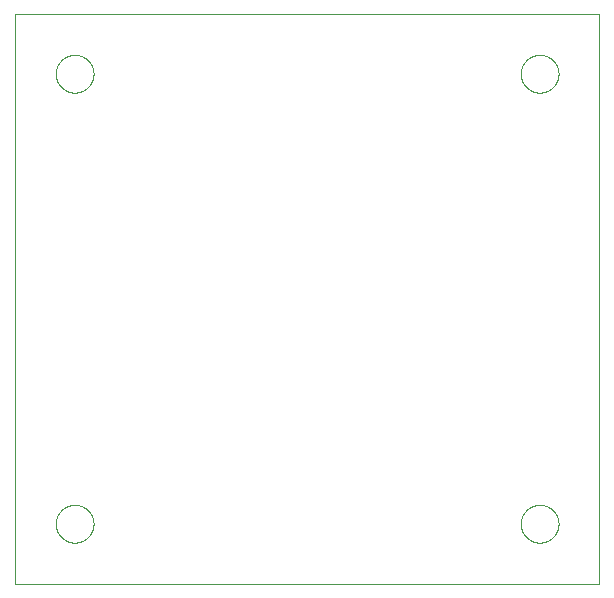
<source format=gtp>
G75*
%MOIN*%
%OFA0B0*%
%FSLAX25Y25*%
%IPPOS*%
%LPD*%
%AMOC8*
5,1,8,0,0,1.08239X$1,22.5*
%
%ADD10C,0.00000*%
D10*
X0006600Y0001600D02*
X0006600Y0191561D01*
X0201551Y0191561D01*
X0201551Y0001600D01*
X0006600Y0001600D01*
X0020301Y0021600D02*
X0020303Y0021758D01*
X0020309Y0021916D01*
X0020319Y0022074D01*
X0020333Y0022232D01*
X0020351Y0022389D01*
X0020372Y0022546D01*
X0020398Y0022702D01*
X0020428Y0022858D01*
X0020461Y0023013D01*
X0020499Y0023166D01*
X0020540Y0023319D01*
X0020585Y0023471D01*
X0020634Y0023622D01*
X0020687Y0023771D01*
X0020743Y0023919D01*
X0020803Y0024065D01*
X0020867Y0024210D01*
X0020935Y0024353D01*
X0021006Y0024495D01*
X0021080Y0024635D01*
X0021158Y0024772D01*
X0021240Y0024908D01*
X0021324Y0025042D01*
X0021413Y0025173D01*
X0021504Y0025302D01*
X0021599Y0025429D01*
X0021696Y0025554D01*
X0021797Y0025676D01*
X0021901Y0025795D01*
X0022008Y0025912D01*
X0022118Y0026026D01*
X0022231Y0026137D01*
X0022346Y0026246D01*
X0022464Y0026351D01*
X0022585Y0026453D01*
X0022708Y0026553D01*
X0022834Y0026649D01*
X0022962Y0026742D01*
X0023092Y0026832D01*
X0023225Y0026918D01*
X0023360Y0027002D01*
X0023496Y0027081D01*
X0023635Y0027158D01*
X0023776Y0027230D01*
X0023918Y0027300D01*
X0024062Y0027365D01*
X0024208Y0027427D01*
X0024355Y0027485D01*
X0024504Y0027540D01*
X0024654Y0027591D01*
X0024805Y0027638D01*
X0024957Y0027681D01*
X0025110Y0027720D01*
X0025265Y0027756D01*
X0025420Y0027787D01*
X0025576Y0027815D01*
X0025732Y0027839D01*
X0025889Y0027859D01*
X0026047Y0027875D01*
X0026204Y0027887D01*
X0026363Y0027895D01*
X0026521Y0027899D01*
X0026679Y0027899D01*
X0026837Y0027895D01*
X0026996Y0027887D01*
X0027153Y0027875D01*
X0027311Y0027859D01*
X0027468Y0027839D01*
X0027624Y0027815D01*
X0027780Y0027787D01*
X0027935Y0027756D01*
X0028090Y0027720D01*
X0028243Y0027681D01*
X0028395Y0027638D01*
X0028546Y0027591D01*
X0028696Y0027540D01*
X0028845Y0027485D01*
X0028992Y0027427D01*
X0029138Y0027365D01*
X0029282Y0027300D01*
X0029424Y0027230D01*
X0029565Y0027158D01*
X0029704Y0027081D01*
X0029840Y0027002D01*
X0029975Y0026918D01*
X0030108Y0026832D01*
X0030238Y0026742D01*
X0030366Y0026649D01*
X0030492Y0026553D01*
X0030615Y0026453D01*
X0030736Y0026351D01*
X0030854Y0026246D01*
X0030969Y0026137D01*
X0031082Y0026026D01*
X0031192Y0025912D01*
X0031299Y0025795D01*
X0031403Y0025676D01*
X0031504Y0025554D01*
X0031601Y0025429D01*
X0031696Y0025302D01*
X0031787Y0025173D01*
X0031876Y0025042D01*
X0031960Y0024908D01*
X0032042Y0024772D01*
X0032120Y0024635D01*
X0032194Y0024495D01*
X0032265Y0024353D01*
X0032333Y0024210D01*
X0032397Y0024065D01*
X0032457Y0023919D01*
X0032513Y0023771D01*
X0032566Y0023622D01*
X0032615Y0023471D01*
X0032660Y0023319D01*
X0032701Y0023166D01*
X0032739Y0023013D01*
X0032772Y0022858D01*
X0032802Y0022702D01*
X0032828Y0022546D01*
X0032849Y0022389D01*
X0032867Y0022232D01*
X0032881Y0022074D01*
X0032891Y0021916D01*
X0032897Y0021758D01*
X0032899Y0021600D01*
X0032897Y0021442D01*
X0032891Y0021284D01*
X0032881Y0021126D01*
X0032867Y0020968D01*
X0032849Y0020811D01*
X0032828Y0020654D01*
X0032802Y0020498D01*
X0032772Y0020342D01*
X0032739Y0020187D01*
X0032701Y0020034D01*
X0032660Y0019881D01*
X0032615Y0019729D01*
X0032566Y0019578D01*
X0032513Y0019429D01*
X0032457Y0019281D01*
X0032397Y0019135D01*
X0032333Y0018990D01*
X0032265Y0018847D01*
X0032194Y0018705D01*
X0032120Y0018565D01*
X0032042Y0018428D01*
X0031960Y0018292D01*
X0031876Y0018158D01*
X0031787Y0018027D01*
X0031696Y0017898D01*
X0031601Y0017771D01*
X0031504Y0017646D01*
X0031403Y0017524D01*
X0031299Y0017405D01*
X0031192Y0017288D01*
X0031082Y0017174D01*
X0030969Y0017063D01*
X0030854Y0016954D01*
X0030736Y0016849D01*
X0030615Y0016747D01*
X0030492Y0016647D01*
X0030366Y0016551D01*
X0030238Y0016458D01*
X0030108Y0016368D01*
X0029975Y0016282D01*
X0029840Y0016198D01*
X0029704Y0016119D01*
X0029565Y0016042D01*
X0029424Y0015970D01*
X0029282Y0015900D01*
X0029138Y0015835D01*
X0028992Y0015773D01*
X0028845Y0015715D01*
X0028696Y0015660D01*
X0028546Y0015609D01*
X0028395Y0015562D01*
X0028243Y0015519D01*
X0028090Y0015480D01*
X0027935Y0015444D01*
X0027780Y0015413D01*
X0027624Y0015385D01*
X0027468Y0015361D01*
X0027311Y0015341D01*
X0027153Y0015325D01*
X0026996Y0015313D01*
X0026837Y0015305D01*
X0026679Y0015301D01*
X0026521Y0015301D01*
X0026363Y0015305D01*
X0026204Y0015313D01*
X0026047Y0015325D01*
X0025889Y0015341D01*
X0025732Y0015361D01*
X0025576Y0015385D01*
X0025420Y0015413D01*
X0025265Y0015444D01*
X0025110Y0015480D01*
X0024957Y0015519D01*
X0024805Y0015562D01*
X0024654Y0015609D01*
X0024504Y0015660D01*
X0024355Y0015715D01*
X0024208Y0015773D01*
X0024062Y0015835D01*
X0023918Y0015900D01*
X0023776Y0015970D01*
X0023635Y0016042D01*
X0023496Y0016119D01*
X0023360Y0016198D01*
X0023225Y0016282D01*
X0023092Y0016368D01*
X0022962Y0016458D01*
X0022834Y0016551D01*
X0022708Y0016647D01*
X0022585Y0016747D01*
X0022464Y0016849D01*
X0022346Y0016954D01*
X0022231Y0017063D01*
X0022118Y0017174D01*
X0022008Y0017288D01*
X0021901Y0017405D01*
X0021797Y0017524D01*
X0021696Y0017646D01*
X0021599Y0017771D01*
X0021504Y0017898D01*
X0021413Y0018027D01*
X0021324Y0018158D01*
X0021240Y0018292D01*
X0021158Y0018428D01*
X0021080Y0018565D01*
X0021006Y0018705D01*
X0020935Y0018847D01*
X0020867Y0018990D01*
X0020803Y0019135D01*
X0020743Y0019281D01*
X0020687Y0019429D01*
X0020634Y0019578D01*
X0020585Y0019729D01*
X0020540Y0019881D01*
X0020499Y0020034D01*
X0020461Y0020187D01*
X0020428Y0020342D01*
X0020398Y0020498D01*
X0020372Y0020654D01*
X0020351Y0020811D01*
X0020333Y0020968D01*
X0020319Y0021126D01*
X0020309Y0021284D01*
X0020303Y0021442D01*
X0020301Y0021600D01*
X0020301Y0171600D02*
X0020303Y0171758D01*
X0020309Y0171916D01*
X0020319Y0172074D01*
X0020333Y0172232D01*
X0020351Y0172389D01*
X0020372Y0172546D01*
X0020398Y0172702D01*
X0020428Y0172858D01*
X0020461Y0173013D01*
X0020499Y0173166D01*
X0020540Y0173319D01*
X0020585Y0173471D01*
X0020634Y0173622D01*
X0020687Y0173771D01*
X0020743Y0173919D01*
X0020803Y0174065D01*
X0020867Y0174210D01*
X0020935Y0174353D01*
X0021006Y0174495D01*
X0021080Y0174635D01*
X0021158Y0174772D01*
X0021240Y0174908D01*
X0021324Y0175042D01*
X0021413Y0175173D01*
X0021504Y0175302D01*
X0021599Y0175429D01*
X0021696Y0175554D01*
X0021797Y0175676D01*
X0021901Y0175795D01*
X0022008Y0175912D01*
X0022118Y0176026D01*
X0022231Y0176137D01*
X0022346Y0176246D01*
X0022464Y0176351D01*
X0022585Y0176453D01*
X0022708Y0176553D01*
X0022834Y0176649D01*
X0022962Y0176742D01*
X0023092Y0176832D01*
X0023225Y0176918D01*
X0023360Y0177002D01*
X0023496Y0177081D01*
X0023635Y0177158D01*
X0023776Y0177230D01*
X0023918Y0177300D01*
X0024062Y0177365D01*
X0024208Y0177427D01*
X0024355Y0177485D01*
X0024504Y0177540D01*
X0024654Y0177591D01*
X0024805Y0177638D01*
X0024957Y0177681D01*
X0025110Y0177720D01*
X0025265Y0177756D01*
X0025420Y0177787D01*
X0025576Y0177815D01*
X0025732Y0177839D01*
X0025889Y0177859D01*
X0026047Y0177875D01*
X0026204Y0177887D01*
X0026363Y0177895D01*
X0026521Y0177899D01*
X0026679Y0177899D01*
X0026837Y0177895D01*
X0026996Y0177887D01*
X0027153Y0177875D01*
X0027311Y0177859D01*
X0027468Y0177839D01*
X0027624Y0177815D01*
X0027780Y0177787D01*
X0027935Y0177756D01*
X0028090Y0177720D01*
X0028243Y0177681D01*
X0028395Y0177638D01*
X0028546Y0177591D01*
X0028696Y0177540D01*
X0028845Y0177485D01*
X0028992Y0177427D01*
X0029138Y0177365D01*
X0029282Y0177300D01*
X0029424Y0177230D01*
X0029565Y0177158D01*
X0029704Y0177081D01*
X0029840Y0177002D01*
X0029975Y0176918D01*
X0030108Y0176832D01*
X0030238Y0176742D01*
X0030366Y0176649D01*
X0030492Y0176553D01*
X0030615Y0176453D01*
X0030736Y0176351D01*
X0030854Y0176246D01*
X0030969Y0176137D01*
X0031082Y0176026D01*
X0031192Y0175912D01*
X0031299Y0175795D01*
X0031403Y0175676D01*
X0031504Y0175554D01*
X0031601Y0175429D01*
X0031696Y0175302D01*
X0031787Y0175173D01*
X0031876Y0175042D01*
X0031960Y0174908D01*
X0032042Y0174772D01*
X0032120Y0174635D01*
X0032194Y0174495D01*
X0032265Y0174353D01*
X0032333Y0174210D01*
X0032397Y0174065D01*
X0032457Y0173919D01*
X0032513Y0173771D01*
X0032566Y0173622D01*
X0032615Y0173471D01*
X0032660Y0173319D01*
X0032701Y0173166D01*
X0032739Y0173013D01*
X0032772Y0172858D01*
X0032802Y0172702D01*
X0032828Y0172546D01*
X0032849Y0172389D01*
X0032867Y0172232D01*
X0032881Y0172074D01*
X0032891Y0171916D01*
X0032897Y0171758D01*
X0032899Y0171600D01*
X0032897Y0171442D01*
X0032891Y0171284D01*
X0032881Y0171126D01*
X0032867Y0170968D01*
X0032849Y0170811D01*
X0032828Y0170654D01*
X0032802Y0170498D01*
X0032772Y0170342D01*
X0032739Y0170187D01*
X0032701Y0170034D01*
X0032660Y0169881D01*
X0032615Y0169729D01*
X0032566Y0169578D01*
X0032513Y0169429D01*
X0032457Y0169281D01*
X0032397Y0169135D01*
X0032333Y0168990D01*
X0032265Y0168847D01*
X0032194Y0168705D01*
X0032120Y0168565D01*
X0032042Y0168428D01*
X0031960Y0168292D01*
X0031876Y0168158D01*
X0031787Y0168027D01*
X0031696Y0167898D01*
X0031601Y0167771D01*
X0031504Y0167646D01*
X0031403Y0167524D01*
X0031299Y0167405D01*
X0031192Y0167288D01*
X0031082Y0167174D01*
X0030969Y0167063D01*
X0030854Y0166954D01*
X0030736Y0166849D01*
X0030615Y0166747D01*
X0030492Y0166647D01*
X0030366Y0166551D01*
X0030238Y0166458D01*
X0030108Y0166368D01*
X0029975Y0166282D01*
X0029840Y0166198D01*
X0029704Y0166119D01*
X0029565Y0166042D01*
X0029424Y0165970D01*
X0029282Y0165900D01*
X0029138Y0165835D01*
X0028992Y0165773D01*
X0028845Y0165715D01*
X0028696Y0165660D01*
X0028546Y0165609D01*
X0028395Y0165562D01*
X0028243Y0165519D01*
X0028090Y0165480D01*
X0027935Y0165444D01*
X0027780Y0165413D01*
X0027624Y0165385D01*
X0027468Y0165361D01*
X0027311Y0165341D01*
X0027153Y0165325D01*
X0026996Y0165313D01*
X0026837Y0165305D01*
X0026679Y0165301D01*
X0026521Y0165301D01*
X0026363Y0165305D01*
X0026204Y0165313D01*
X0026047Y0165325D01*
X0025889Y0165341D01*
X0025732Y0165361D01*
X0025576Y0165385D01*
X0025420Y0165413D01*
X0025265Y0165444D01*
X0025110Y0165480D01*
X0024957Y0165519D01*
X0024805Y0165562D01*
X0024654Y0165609D01*
X0024504Y0165660D01*
X0024355Y0165715D01*
X0024208Y0165773D01*
X0024062Y0165835D01*
X0023918Y0165900D01*
X0023776Y0165970D01*
X0023635Y0166042D01*
X0023496Y0166119D01*
X0023360Y0166198D01*
X0023225Y0166282D01*
X0023092Y0166368D01*
X0022962Y0166458D01*
X0022834Y0166551D01*
X0022708Y0166647D01*
X0022585Y0166747D01*
X0022464Y0166849D01*
X0022346Y0166954D01*
X0022231Y0167063D01*
X0022118Y0167174D01*
X0022008Y0167288D01*
X0021901Y0167405D01*
X0021797Y0167524D01*
X0021696Y0167646D01*
X0021599Y0167771D01*
X0021504Y0167898D01*
X0021413Y0168027D01*
X0021324Y0168158D01*
X0021240Y0168292D01*
X0021158Y0168428D01*
X0021080Y0168565D01*
X0021006Y0168705D01*
X0020935Y0168847D01*
X0020867Y0168990D01*
X0020803Y0169135D01*
X0020743Y0169281D01*
X0020687Y0169429D01*
X0020634Y0169578D01*
X0020585Y0169729D01*
X0020540Y0169881D01*
X0020499Y0170034D01*
X0020461Y0170187D01*
X0020428Y0170342D01*
X0020398Y0170498D01*
X0020372Y0170654D01*
X0020351Y0170811D01*
X0020333Y0170968D01*
X0020319Y0171126D01*
X0020309Y0171284D01*
X0020303Y0171442D01*
X0020301Y0171600D01*
X0175301Y0171600D02*
X0175303Y0171758D01*
X0175309Y0171916D01*
X0175319Y0172074D01*
X0175333Y0172232D01*
X0175351Y0172389D01*
X0175372Y0172546D01*
X0175398Y0172702D01*
X0175428Y0172858D01*
X0175461Y0173013D01*
X0175499Y0173166D01*
X0175540Y0173319D01*
X0175585Y0173471D01*
X0175634Y0173622D01*
X0175687Y0173771D01*
X0175743Y0173919D01*
X0175803Y0174065D01*
X0175867Y0174210D01*
X0175935Y0174353D01*
X0176006Y0174495D01*
X0176080Y0174635D01*
X0176158Y0174772D01*
X0176240Y0174908D01*
X0176324Y0175042D01*
X0176413Y0175173D01*
X0176504Y0175302D01*
X0176599Y0175429D01*
X0176696Y0175554D01*
X0176797Y0175676D01*
X0176901Y0175795D01*
X0177008Y0175912D01*
X0177118Y0176026D01*
X0177231Y0176137D01*
X0177346Y0176246D01*
X0177464Y0176351D01*
X0177585Y0176453D01*
X0177708Y0176553D01*
X0177834Y0176649D01*
X0177962Y0176742D01*
X0178092Y0176832D01*
X0178225Y0176918D01*
X0178360Y0177002D01*
X0178496Y0177081D01*
X0178635Y0177158D01*
X0178776Y0177230D01*
X0178918Y0177300D01*
X0179062Y0177365D01*
X0179208Y0177427D01*
X0179355Y0177485D01*
X0179504Y0177540D01*
X0179654Y0177591D01*
X0179805Y0177638D01*
X0179957Y0177681D01*
X0180110Y0177720D01*
X0180265Y0177756D01*
X0180420Y0177787D01*
X0180576Y0177815D01*
X0180732Y0177839D01*
X0180889Y0177859D01*
X0181047Y0177875D01*
X0181204Y0177887D01*
X0181363Y0177895D01*
X0181521Y0177899D01*
X0181679Y0177899D01*
X0181837Y0177895D01*
X0181996Y0177887D01*
X0182153Y0177875D01*
X0182311Y0177859D01*
X0182468Y0177839D01*
X0182624Y0177815D01*
X0182780Y0177787D01*
X0182935Y0177756D01*
X0183090Y0177720D01*
X0183243Y0177681D01*
X0183395Y0177638D01*
X0183546Y0177591D01*
X0183696Y0177540D01*
X0183845Y0177485D01*
X0183992Y0177427D01*
X0184138Y0177365D01*
X0184282Y0177300D01*
X0184424Y0177230D01*
X0184565Y0177158D01*
X0184704Y0177081D01*
X0184840Y0177002D01*
X0184975Y0176918D01*
X0185108Y0176832D01*
X0185238Y0176742D01*
X0185366Y0176649D01*
X0185492Y0176553D01*
X0185615Y0176453D01*
X0185736Y0176351D01*
X0185854Y0176246D01*
X0185969Y0176137D01*
X0186082Y0176026D01*
X0186192Y0175912D01*
X0186299Y0175795D01*
X0186403Y0175676D01*
X0186504Y0175554D01*
X0186601Y0175429D01*
X0186696Y0175302D01*
X0186787Y0175173D01*
X0186876Y0175042D01*
X0186960Y0174908D01*
X0187042Y0174772D01*
X0187120Y0174635D01*
X0187194Y0174495D01*
X0187265Y0174353D01*
X0187333Y0174210D01*
X0187397Y0174065D01*
X0187457Y0173919D01*
X0187513Y0173771D01*
X0187566Y0173622D01*
X0187615Y0173471D01*
X0187660Y0173319D01*
X0187701Y0173166D01*
X0187739Y0173013D01*
X0187772Y0172858D01*
X0187802Y0172702D01*
X0187828Y0172546D01*
X0187849Y0172389D01*
X0187867Y0172232D01*
X0187881Y0172074D01*
X0187891Y0171916D01*
X0187897Y0171758D01*
X0187899Y0171600D01*
X0187897Y0171442D01*
X0187891Y0171284D01*
X0187881Y0171126D01*
X0187867Y0170968D01*
X0187849Y0170811D01*
X0187828Y0170654D01*
X0187802Y0170498D01*
X0187772Y0170342D01*
X0187739Y0170187D01*
X0187701Y0170034D01*
X0187660Y0169881D01*
X0187615Y0169729D01*
X0187566Y0169578D01*
X0187513Y0169429D01*
X0187457Y0169281D01*
X0187397Y0169135D01*
X0187333Y0168990D01*
X0187265Y0168847D01*
X0187194Y0168705D01*
X0187120Y0168565D01*
X0187042Y0168428D01*
X0186960Y0168292D01*
X0186876Y0168158D01*
X0186787Y0168027D01*
X0186696Y0167898D01*
X0186601Y0167771D01*
X0186504Y0167646D01*
X0186403Y0167524D01*
X0186299Y0167405D01*
X0186192Y0167288D01*
X0186082Y0167174D01*
X0185969Y0167063D01*
X0185854Y0166954D01*
X0185736Y0166849D01*
X0185615Y0166747D01*
X0185492Y0166647D01*
X0185366Y0166551D01*
X0185238Y0166458D01*
X0185108Y0166368D01*
X0184975Y0166282D01*
X0184840Y0166198D01*
X0184704Y0166119D01*
X0184565Y0166042D01*
X0184424Y0165970D01*
X0184282Y0165900D01*
X0184138Y0165835D01*
X0183992Y0165773D01*
X0183845Y0165715D01*
X0183696Y0165660D01*
X0183546Y0165609D01*
X0183395Y0165562D01*
X0183243Y0165519D01*
X0183090Y0165480D01*
X0182935Y0165444D01*
X0182780Y0165413D01*
X0182624Y0165385D01*
X0182468Y0165361D01*
X0182311Y0165341D01*
X0182153Y0165325D01*
X0181996Y0165313D01*
X0181837Y0165305D01*
X0181679Y0165301D01*
X0181521Y0165301D01*
X0181363Y0165305D01*
X0181204Y0165313D01*
X0181047Y0165325D01*
X0180889Y0165341D01*
X0180732Y0165361D01*
X0180576Y0165385D01*
X0180420Y0165413D01*
X0180265Y0165444D01*
X0180110Y0165480D01*
X0179957Y0165519D01*
X0179805Y0165562D01*
X0179654Y0165609D01*
X0179504Y0165660D01*
X0179355Y0165715D01*
X0179208Y0165773D01*
X0179062Y0165835D01*
X0178918Y0165900D01*
X0178776Y0165970D01*
X0178635Y0166042D01*
X0178496Y0166119D01*
X0178360Y0166198D01*
X0178225Y0166282D01*
X0178092Y0166368D01*
X0177962Y0166458D01*
X0177834Y0166551D01*
X0177708Y0166647D01*
X0177585Y0166747D01*
X0177464Y0166849D01*
X0177346Y0166954D01*
X0177231Y0167063D01*
X0177118Y0167174D01*
X0177008Y0167288D01*
X0176901Y0167405D01*
X0176797Y0167524D01*
X0176696Y0167646D01*
X0176599Y0167771D01*
X0176504Y0167898D01*
X0176413Y0168027D01*
X0176324Y0168158D01*
X0176240Y0168292D01*
X0176158Y0168428D01*
X0176080Y0168565D01*
X0176006Y0168705D01*
X0175935Y0168847D01*
X0175867Y0168990D01*
X0175803Y0169135D01*
X0175743Y0169281D01*
X0175687Y0169429D01*
X0175634Y0169578D01*
X0175585Y0169729D01*
X0175540Y0169881D01*
X0175499Y0170034D01*
X0175461Y0170187D01*
X0175428Y0170342D01*
X0175398Y0170498D01*
X0175372Y0170654D01*
X0175351Y0170811D01*
X0175333Y0170968D01*
X0175319Y0171126D01*
X0175309Y0171284D01*
X0175303Y0171442D01*
X0175301Y0171600D01*
X0175301Y0021600D02*
X0175303Y0021758D01*
X0175309Y0021916D01*
X0175319Y0022074D01*
X0175333Y0022232D01*
X0175351Y0022389D01*
X0175372Y0022546D01*
X0175398Y0022702D01*
X0175428Y0022858D01*
X0175461Y0023013D01*
X0175499Y0023166D01*
X0175540Y0023319D01*
X0175585Y0023471D01*
X0175634Y0023622D01*
X0175687Y0023771D01*
X0175743Y0023919D01*
X0175803Y0024065D01*
X0175867Y0024210D01*
X0175935Y0024353D01*
X0176006Y0024495D01*
X0176080Y0024635D01*
X0176158Y0024772D01*
X0176240Y0024908D01*
X0176324Y0025042D01*
X0176413Y0025173D01*
X0176504Y0025302D01*
X0176599Y0025429D01*
X0176696Y0025554D01*
X0176797Y0025676D01*
X0176901Y0025795D01*
X0177008Y0025912D01*
X0177118Y0026026D01*
X0177231Y0026137D01*
X0177346Y0026246D01*
X0177464Y0026351D01*
X0177585Y0026453D01*
X0177708Y0026553D01*
X0177834Y0026649D01*
X0177962Y0026742D01*
X0178092Y0026832D01*
X0178225Y0026918D01*
X0178360Y0027002D01*
X0178496Y0027081D01*
X0178635Y0027158D01*
X0178776Y0027230D01*
X0178918Y0027300D01*
X0179062Y0027365D01*
X0179208Y0027427D01*
X0179355Y0027485D01*
X0179504Y0027540D01*
X0179654Y0027591D01*
X0179805Y0027638D01*
X0179957Y0027681D01*
X0180110Y0027720D01*
X0180265Y0027756D01*
X0180420Y0027787D01*
X0180576Y0027815D01*
X0180732Y0027839D01*
X0180889Y0027859D01*
X0181047Y0027875D01*
X0181204Y0027887D01*
X0181363Y0027895D01*
X0181521Y0027899D01*
X0181679Y0027899D01*
X0181837Y0027895D01*
X0181996Y0027887D01*
X0182153Y0027875D01*
X0182311Y0027859D01*
X0182468Y0027839D01*
X0182624Y0027815D01*
X0182780Y0027787D01*
X0182935Y0027756D01*
X0183090Y0027720D01*
X0183243Y0027681D01*
X0183395Y0027638D01*
X0183546Y0027591D01*
X0183696Y0027540D01*
X0183845Y0027485D01*
X0183992Y0027427D01*
X0184138Y0027365D01*
X0184282Y0027300D01*
X0184424Y0027230D01*
X0184565Y0027158D01*
X0184704Y0027081D01*
X0184840Y0027002D01*
X0184975Y0026918D01*
X0185108Y0026832D01*
X0185238Y0026742D01*
X0185366Y0026649D01*
X0185492Y0026553D01*
X0185615Y0026453D01*
X0185736Y0026351D01*
X0185854Y0026246D01*
X0185969Y0026137D01*
X0186082Y0026026D01*
X0186192Y0025912D01*
X0186299Y0025795D01*
X0186403Y0025676D01*
X0186504Y0025554D01*
X0186601Y0025429D01*
X0186696Y0025302D01*
X0186787Y0025173D01*
X0186876Y0025042D01*
X0186960Y0024908D01*
X0187042Y0024772D01*
X0187120Y0024635D01*
X0187194Y0024495D01*
X0187265Y0024353D01*
X0187333Y0024210D01*
X0187397Y0024065D01*
X0187457Y0023919D01*
X0187513Y0023771D01*
X0187566Y0023622D01*
X0187615Y0023471D01*
X0187660Y0023319D01*
X0187701Y0023166D01*
X0187739Y0023013D01*
X0187772Y0022858D01*
X0187802Y0022702D01*
X0187828Y0022546D01*
X0187849Y0022389D01*
X0187867Y0022232D01*
X0187881Y0022074D01*
X0187891Y0021916D01*
X0187897Y0021758D01*
X0187899Y0021600D01*
X0187897Y0021442D01*
X0187891Y0021284D01*
X0187881Y0021126D01*
X0187867Y0020968D01*
X0187849Y0020811D01*
X0187828Y0020654D01*
X0187802Y0020498D01*
X0187772Y0020342D01*
X0187739Y0020187D01*
X0187701Y0020034D01*
X0187660Y0019881D01*
X0187615Y0019729D01*
X0187566Y0019578D01*
X0187513Y0019429D01*
X0187457Y0019281D01*
X0187397Y0019135D01*
X0187333Y0018990D01*
X0187265Y0018847D01*
X0187194Y0018705D01*
X0187120Y0018565D01*
X0187042Y0018428D01*
X0186960Y0018292D01*
X0186876Y0018158D01*
X0186787Y0018027D01*
X0186696Y0017898D01*
X0186601Y0017771D01*
X0186504Y0017646D01*
X0186403Y0017524D01*
X0186299Y0017405D01*
X0186192Y0017288D01*
X0186082Y0017174D01*
X0185969Y0017063D01*
X0185854Y0016954D01*
X0185736Y0016849D01*
X0185615Y0016747D01*
X0185492Y0016647D01*
X0185366Y0016551D01*
X0185238Y0016458D01*
X0185108Y0016368D01*
X0184975Y0016282D01*
X0184840Y0016198D01*
X0184704Y0016119D01*
X0184565Y0016042D01*
X0184424Y0015970D01*
X0184282Y0015900D01*
X0184138Y0015835D01*
X0183992Y0015773D01*
X0183845Y0015715D01*
X0183696Y0015660D01*
X0183546Y0015609D01*
X0183395Y0015562D01*
X0183243Y0015519D01*
X0183090Y0015480D01*
X0182935Y0015444D01*
X0182780Y0015413D01*
X0182624Y0015385D01*
X0182468Y0015361D01*
X0182311Y0015341D01*
X0182153Y0015325D01*
X0181996Y0015313D01*
X0181837Y0015305D01*
X0181679Y0015301D01*
X0181521Y0015301D01*
X0181363Y0015305D01*
X0181204Y0015313D01*
X0181047Y0015325D01*
X0180889Y0015341D01*
X0180732Y0015361D01*
X0180576Y0015385D01*
X0180420Y0015413D01*
X0180265Y0015444D01*
X0180110Y0015480D01*
X0179957Y0015519D01*
X0179805Y0015562D01*
X0179654Y0015609D01*
X0179504Y0015660D01*
X0179355Y0015715D01*
X0179208Y0015773D01*
X0179062Y0015835D01*
X0178918Y0015900D01*
X0178776Y0015970D01*
X0178635Y0016042D01*
X0178496Y0016119D01*
X0178360Y0016198D01*
X0178225Y0016282D01*
X0178092Y0016368D01*
X0177962Y0016458D01*
X0177834Y0016551D01*
X0177708Y0016647D01*
X0177585Y0016747D01*
X0177464Y0016849D01*
X0177346Y0016954D01*
X0177231Y0017063D01*
X0177118Y0017174D01*
X0177008Y0017288D01*
X0176901Y0017405D01*
X0176797Y0017524D01*
X0176696Y0017646D01*
X0176599Y0017771D01*
X0176504Y0017898D01*
X0176413Y0018027D01*
X0176324Y0018158D01*
X0176240Y0018292D01*
X0176158Y0018428D01*
X0176080Y0018565D01*
X0176006Y0018705D01*
X0175935Y0018847D01*
X0175867Y0018990D01*
X0175803Y0019135D01*
X0175743Y0019281D01*
X0175687Y0019429D01*
X0175634Y0019578D01*
X0175585Y0019729D01*
X0175540Y0019881D01*
X0175499Y0020034D01*
X0175461Y0020187D01*
X0175428Y0020342D01*
X0175398Y0020498D01*
X0175372Y0020654D01*
X0175351Y0020811D01*
X0175333Y0020968D01*
X0175319Y0021126D01*
X0175309Y0021284D01*
X0175303Y0021442D01*
X0175301Y0021600D01*
M02*

</source>
